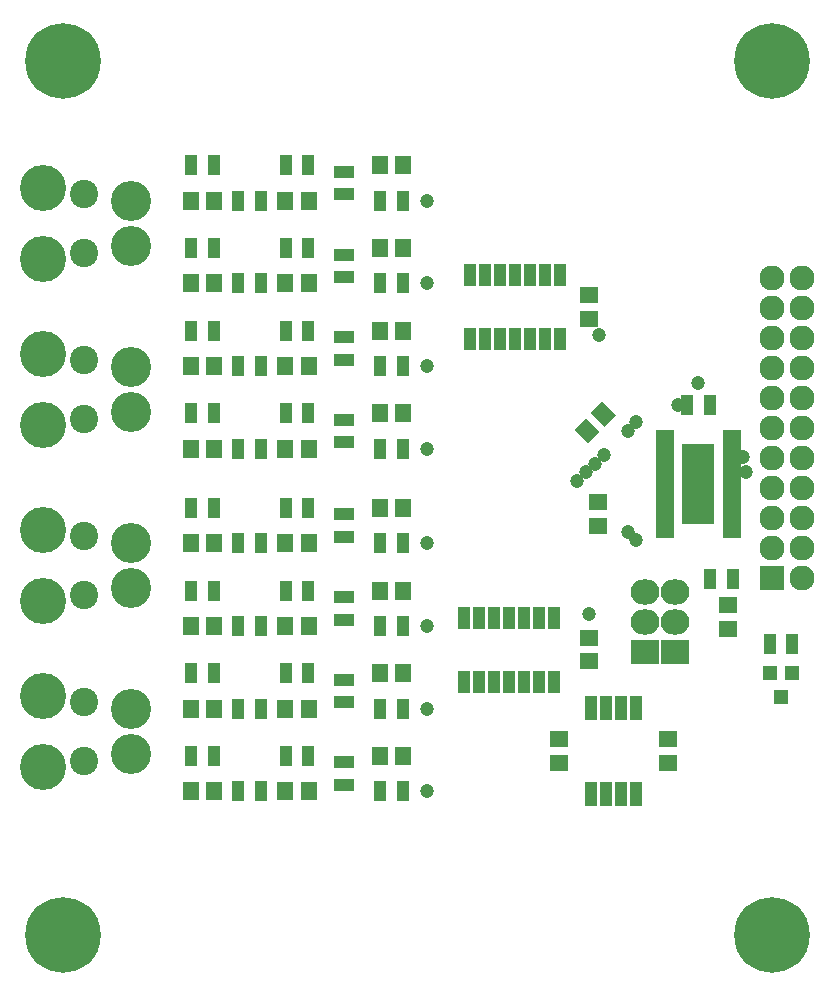
<source format=gbr>
G04 #@! TF.FileFunction,Soldermask,Top*
%FSLAX46Y46*%
G04 Gerber Fmt 4.6, Leading zero omitted, Abs format (unit mm)*
G04 Created by KiCad (PCBNEW 4.0.1-stable) date 18.01.2016 18:42:26*
%MOMM*%
G01*
G04 APERTURE LIST*
%ADD10C,0.100000*%
%ADD11R,1.650000X1.400000*%
%ADD12R,1.200100X1.200100*%
%ADD13R,1.700000X1.100000*%
%ADD14R,1.100000X1.700000*%
%ADD15R,2.127200X2.127200*%
%ADD16O,2.127200X2.127200*%
%ADD17C,6.400000*%
%ADD18R,1.000000X1.900000*%
%ADD19R,1.500000X0.800000*%
%ADD20R,2.800000X6.860000*%
%ADD21R,1.400000X1.650000*%
%ADD22C,3.400000*%
%ADD23C,2.400000*%
%ADD24C,3.900000*%
%ADD25R,2.432000X2.127200*%
%ADD26O,2.432000X2.127200*%
%ADD27R,1.050000X2.100000*%
%ADD28C,1.200000*%
G04 APERTURE END LIST*
D10*
D11*
X49750000Y-54000000D03*
X49750000Y-56000000D03*
D12*
X66950000Y-56999240D03*
X65050000Y-56999240D03*
X66000000Y-58998220D03*
D13*
X29000000Y-37450000D03*
X29000000Y-35550000D03*
D11*
X47200000Y-64600000D03*
X47200000Y-62600000D03*
D14*
X65050000Y-54500000D03*
X66950000Y-54500000D03*
D15*
X65200000Y-48950000D03*
D16*
X67740000Y-48950000D03*
X65200000Y-46410000D03*
X67740000Y-46410000D03*
X65200000Y-43870000D03*
X67740000Y-43870000D03*
X65200000Y-41330000D03*
X67740000Y-41330000D03*
X65200000Y-38790000D03*
X67740000Y-38790000D03*
X65200000Y-36250000D03*
X67740000Y-36250000D03*
X65200000Y-33710000D03*
X67740000Y-33710000D03*
X65200000Y-31170000D03*
X67740000Y-31170000D03*
X65200000Y-28630000D03*
X67740000Y-28630000D03*
X65200000Y-26090000D03*
X67740000Y-26090000D03*
X65200000Y-23550000D03*
X67740000Y-23550000D03*
D17*
X5200000Y-79200000D03*
X65200000Y-79200000D03*
X65200000Y-5200000D03*
D14*
X60000000Y-49000000D03*
X61900000Y-49000000D03*
D11*
X50500000Y-42500000D03*
X50500000Y-44500000D03*
D18*
X47310000Y-23300000D03*
X46040000Y-23300000D03*
X44770000Y-23300000D03*
X43500000Y-23300000D03*
X42230000Y-23300000D03*
X40960000Y-23300000D03*
X39690000Y-23300000D03*
X39690000Y-28700000D03*
X40960000Y-28700000D03*
X42230000Y-28700000D03*
X43500000Y-28700000D03*
X44770000Y-28700000D03*
X46040000Y-28700000D03*
X47310000Y-28700000D03*
X46810000Y-52300000D03*
X45540000Y-52300000D03*
X44270000Y-52300000D03*
X43000000Y-52300000D03*
X41730000Y-52300000D03*
X40460000Y-52300000D03*
X39190000Y-52300000D03*
X39190000Y-57700000D03*
X40460000Y-57700000D03*
X41730000Y-57700000D03*
X43000000Y-57700000D03*
X44270000Y-57700000D03*
X45540000Y-57700000D03*
X46810000Y-57700000D03*
D19*
X61850000Y-45225000D03*
X61850000Y-44575000D03*
X61850000Y-43925000D03*
X61850000Y-43275000D03*
X61850000Y-42625000D03*
X61850000Y-41975000D03*
X61850000Y-41325000D03*
X61850000Y-40675000D03*
X61850000Y-40025000D03*
X61850000Y-39375000D03*
X61850000Y-38725000D03*
X61850000Y-38075000D03*
X61850000Y-37425000D03*
X61850000Y-36775000D03*
X56150000Y-36775000D03*
X56150000Y-37425000D03*
X56150000Y-38075000D03*
X56150000Y-38725000D03*
X56150000Y-39375000D03*
X56150000Y-40025000D03*
X56150000Y-40675000D03*
X56150000Y-41325000D03*
X56150000Y-41975000D03*
X56150000Y-42625000D03*
X56150000Y-43275000D03*
X56150000Y-43925000D03*
X56150000Y-44575000D03*
X56150000Y-45225000D03*
D20*
X59000000Y-41000000D03*
D21*
X24000000Y-31000000D03*
X26000000Y-31000000D03*
D11*
X49750000Y-25000000D03*
X49750000Y-27000000D03*
X56400000Y-62600000D03*
X56400000Y-64600000D03*
D21*
X32000000Y-14000000D03*
X34000000Y-14000000D03*
X32000000Y-21000000D03*
X34000000Y-21000000D03*
X32000000Y-28000000D03*
X34000000Y-28000000D03*
X32000000Y-35000000D03*
X34000000Y-35000000D03*
X24000000Y-17000000D03*
X26000000Y-17000000D03*
X24000000Y-24000000D03*
X26000000Y-24000000D03*
X24000000Y-38000000D03*
X26000000Y-38000000D03*
X16000000Y-17000000D03*
X18000000Y-17000000D03*
X16000000Y-24000000D03*
X18000000Y-24000000D03*
X16000000Y-31000000D03*
X18000000Y-31000000D03*
X16000000Y-38000000D03*
X18000000Y-38000000D03*
X32000000Y-43000000D03*
X34000000Y-43000000D03*
X32000000Y-50000000D03*
X34000000Y-50000000D03*
X32000000Y-57000000D03*
X34000000Y-57000000D03*
X32000000Y-64000000D03*
X34000000Y-64000000D03*
X24000000Y-46000000D03*
X26000000Y-46000000D03*
X24000000Y-53000000D03*
X26000000Y-53000000D03*
X24000000Y-60000000D03*
X26000000Y-60000000D03*
X24000000Y-67000000D03*
X26000000Y-67000000D03*
X16000000Y-46000000D03*
X18000000Y-46000000D03*
X16000000Y-53000000D03*
X18000000Y-53000000D03*
X16000000Y-60000000D03*
X18000000Y-60000000D03*
X16000000Y-67000000D03*
X18000000Y-67000000D03*
D11*
X61500000Y-51250000D03*
X61500000Y-53250000D03*
D10*
G36*
X50868719Y-33964555D02*
X52035445Y-35131281D01*
X51045495Y-36121231D01*
X49878769Y-34954505D01*
X50868719Y-33964555D01*
X50868719Y-33964555D01*
G37*
G36*
X49454505Y-35378769D02*
X50621231Y-36545495D01*
X49631281Y-37535445D01*
X48464555Y-36368719D01*
X49454505Y-35378769D01*
X49454505Y-35378769D01*
G37*
D22*
X11000000Y-17000000D03*
X11000000Y-20800000D03*
D23*
X7000000Y-16400000D03*
X7000000Y-21400000D03*
D24*
X3500000Y-15900000D03*
X3500000Y-21900000D03*
D22*
X11000000Y-31100000D03*
X11000000Y-34900000D03*
D23*
X7000000Y-30500000D03*
X7000000Y-35500000D03*
D24*
X3500000Y-30000000D03*
X3500000Y-36000000D03*
D22*
X11000000Y-46000000D03*
X11000000Y-49800000D03*
D23*
X7000000Y-45400000D03*
X7000000Y-50400000D03*
D24*
X3500000Y-44900000D03*
X3500000Y-50900000D03*
D22*
X11000000Y-60000000D03*
X11000000Y-63800000D03*
D23*
X7000000Y-59400000D03*
X7000000Y-64400000D03*
D24*
X3500000Y-58900000D03*
X3500000Y-64900000D03*
D14*
X58050000Y-34250000D03*
X59950000Y-34250000D03*
X32050000Y-17000000D03*
X33950000Y-17000000D03*
X32050000Y-24000000D03*
X33950000Y-24000000D03*
X32050000Y-31000000D03*
X33950000Y-31000000D03*
X32050000Y-38000000D03*
X33950000Y-38000000D03*
X25950000Y-14000000D03*
X24050000Y-14000000D03*
X25950000Y-21000000D03*
X24050000Y-21000000D03*
X25950000Y-28000000D03*
X24050000Y-28000000D03*
X25950000Y-35000000D03*
X24050000Y-35000000D03*
D13*
X29000000Y-16450000D03*
X29000000Y-14550000D03*
X29000000Y-23450000D03*
X29000000Y-21550000D03*
X29000000Y-30450000D03*
X29000000Y-28550000D03*
D14*
X20050000Y-17000000D03*
X21950000Y-17000000D03*
X20050000Y-24000000D03*
X21950000Y-24000000D03*
X20050000Y-31000000D03*
X21950000Y-31000000D03*
X20050000Y-38000000D03*
X21950000Y-38000000D03*
X17950000Y-14000000D03*
X16050000Y-14000000D03*
X17950000Y-21000000D03*
X16050000Y-21000000D03*
X17950000Y-28000000D03*
X16050000Y-28000000D03*
X17950000Y-35000000D03*
X16050000Y-35000000D03*
X32050000Y-46000000D03*
X33950000Y-46000000D03*
X32050000Y-53000000D03*
X33950000Y-53000000D03*
X32050000Y-60000000D03*
X33950000Y-60000000D03*
X32050000Y-67000000D03*
X33950000Y-67000000D03*
X25950000Y-43000000D03*
X24050000Y-43000000D03*
X25950000Y-50000000D03*
X24050000Y-50000000D03*
X25950000Y-57000000D03*
X24050000Y-57000000D03*
X25950000Y-64000000D03*
X24050000Y-64000000D03*
D13*
X29000000Y-45450000D03*
X29000000Y-43550000D03*
X29000000Y-52450000D03*
X29000000Y-50550000D03*
X29000000Y-59450000D03*
X29000000Y-57550000D03*
X29000000Y-66450000D03*
X29000000Y-64550000D03*
D14*
X20050000Y-46000000D03*
X21950000Y-46000000D03*
X20050000Y-53000000D03*
X21950000Y-53000000D03*
X20050000Y-60000000D03*
X21950000Y-60000000D03*
X20050000Y-67000000D03*
X21950000Y-67000000D03*
X17950000Y-43000000D03*
X16050000Y-43000000D03*
X17950000Y-50000000D03*
X16050000Y-50000000D03*
X17950000Y-57000000D03*
X16050000Y-57000000D03*
X17950000Y-64000000D03*
X16050000Y-64000000D03*
D17*
X5200000Y-5200000D03*
D25*
X57015000Y-55225001D03*
D26*
X57015000Y-52685001D03*
X57015000Y-50145001D03*
D25*
X54475000Y-55225001D03*
D26*
X54475000Y-52685001D03*
X54475000Y-50145001D03*
D27*
X53705000Y-59950000D03*
X52435000Y-59950000D03*
X51165000Y-59950000D03*
X49895000Y-59950000D03*
X49895000Y-67250000D03*
X51165000Y-67250000D03*
X52435000Y-67250000D03*
X53705000Y-67250000D03*
D28*
X49750000Y-52000000D03*
X47200000Y-64600000D03*
X50600000Y-28400000D03*
X57250000Y-34250000D03*
X63000000Y-40000000D03*
X53750000Y-35750000D03*
X36000000Y-67000000D03*
X53000000Y-36500000D03*
X36000000Y-60000000D03*
X51000000Y-38500000D03*
X36000000Y-53000000D03*
X50250000Y-39250000D03*
X36000000Y-46000000D03*
X49500000Y-40000000D03*
X36000000Y-38000000D03*
X48750000Y-40750000D03*
X36000000Y-31000000D03*
X53000000Y-45000000D03*
X36000000Y-24000000D03*
X53750000Y-45750000D03*
X36000000Y-17000000D03*
X62800916Y-38728370D03*
X58981873Y-32435634D03*
M02*

</source>
